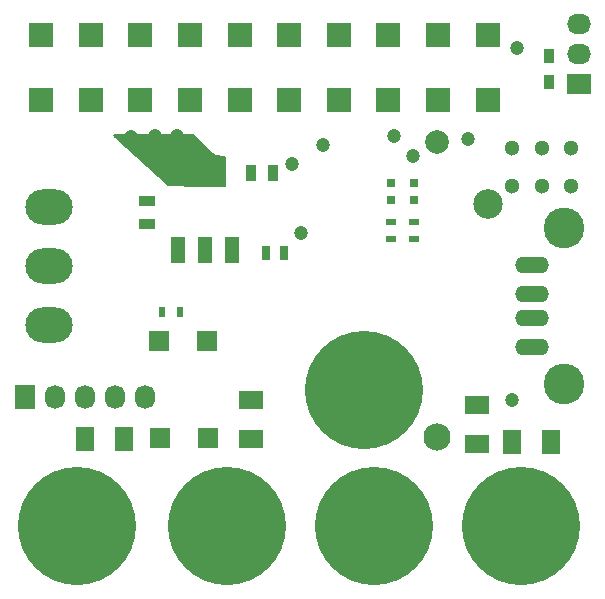
<source format=gts>
%FSLAX46Y46*%
G04 Gerber Fmt 4.6, Leading zero omitted, Abs format (unit mm)*
G04 Created by KiCad (PCBNEW (2014-09-02 BZR 5112)-product) date mer. 25 mars 2015 20:03:37 CET*
%MOMM*%
G01*
G04 APERTURE LIST*
%ADD10C,0.150000*%
%ADD11R,1.270000X2.286000*%
%ADD12R,3.556000X2.159000*%
%ADD13R,2.125980X2.125980*%
%ADD14C,10.000000*%
%ADD15O,4.000500X2.999740*%
%ADD16R,0.635000X1.143000*%
%ADD17R,1.397000X0.889000*%
%ADD18R,0.889000X1.397000*%
%ADD19R,0.797560X0.797560*%
%ADD20R,2.032000X1.524000*%
%ADD21R,1.524000X2.032000*%
%ADD22R,0.900000X0.500000*%
%ADD23R,0.500000X0.900000*%
%ADD24C,1.300000*%
%ADD25O,2.850000X1.425000*%
%ADD26C,3.450000*%
%ADD27C,1.998980*%
%ADD28C,2.301240*%
%ADD29R,1.800000X1.770000*%
%ADD30R,1.727200X2.032000*%
%ADD31O,1.727200X2.032000*%
%ADD32R,2.032000X1.727200*%
%ADD33O,2.032000X1.727200*%
%ADD34R,0.900000X1.200000*%
%ADD35C,1.200000*%
%ADD36C,2.500000*%
%ADD37C,0.254000*%
G04 APERTURE END LIST*
D10*
D11*
X121514000Y-70275000D03*
X123800000Y-70275000D03*
X126086000Y-70275000D03*
D12*
X123800000Y-63925000D03*
D13*
X109899860Y-52049180D03*
X109899860Y-57550820D03*
X114101020Y-52049180D03*
X114101020Y-57550820D03*
X118299640Y-52049180D03*
X118299640Y-57550820D03*
X122500800Y-52049180D03*
X122500800Y-57550820D03*
X126699420Y-52049180D03*
X126699420Y-57550820D03*
X130900580Y-52049180D03*
X130900580Y-57550820D03*
X135099200Y-52049180D03*
X135099200Y-57550820D03*
X139300360Y-52049180D03*
X139300360Y-57550820D03*
X143498980Y-52049180D03*
X143498980Y-57550820D03*
X147700140Y-52049180D03*
X147700140Y-57550820D03*
D14*
X125600000Y-93600000D03*
X150500000Y-93600000D03*
X112900000Y-93600000D03*
X137200000Y-82100000D03*
D15*
X110600000Y-71598740D03*
X110600000Y-66597480D03*
X110600000Y-76600000D03*
D16*
X128938000Y-70500000D03*
X130462000Y-70500000D03*
D17*
X118900000Y-68052500D03*
X118900000Y-66147500D03*
D18*
X127647500Y-63700000D03*
X129552500Y-63700000D03*
D19*
X139500000Y-64550700D03*
X139500000Y-66049300D03*
X141500000Y-64550700D03*
X141500000Y-66049300D03*
D20*
X146800000Y-83349000D03*
X146800000Y-86651000D03*
D21*
X149749000Y-86500000D03*
X153051000Y-86500000D03*
D22*
X139500000Y-67850000D03*
X139500000Y-69350000D03*
X141500000Y-67850000D03*
X141500000Y-69350000D03*
D23*
X121650000Y-75500000D03*
X120150000Y-75500000D03*
D14*
X138100000Y-93600000D03*
D20*
X127700000Y-82949000D03*
X127700000Y-86251000D03*
D21*
X116951000Y-86300000D03*
X113649000Y-86300000D03*
D24*
X152300000Y-64800000D03*
X154800000Y-64800000D03*
X149800000Y-64800000D03*
X149800000Y-61600000D03*
X154800000Y-61600000D03*
X152300000Y-61600000D03*
D25*
X151490000Y-78500000D03*
X151490000Y-76000000D03*
X151490000Y-74000000D03*
X151490000Y-71500000D03*
D26*
X154200000Y-81570000D03*
X154200000Y-68430000D03*
D27*
X143400000Y-61100660D03*
D28*
X143400000Y-86099340D03*
D29*
X119958000Y-86200000D03*
X124042000Y-86200000D03*
X119858000Y-78000000D03*
X123942000Y-78000000D03*
D30*
X108500000Y-82700000D03*
D31*
X111040000Y-82700000D03*
X113580000Y-82700000D03*
X116120000Y-82700000D03*
X118660000Y-82700000D03*
D32*
X155400000Y-56200000D03*
D33*
X155400000Y-53660000D03*
X155400000Y-51120000D03*
D34*
X152900000Y-53800000D03*
X152900000Y-56000000D03*
D35*
X139800000Y-60600000D03*
X146000000Y-60900000D03*
X141400000Y-62300000D03*
X121000000Y-63900000D03*
X121400000Y-62700000D03*
X119900000Y-62700000D03*
X118400000Y-61700000D03*
X120600000Y-61600000D03*
X122400000Y-61500000D03*
X121400000Y-60600000D03*
X119500000Y-60600000D03*
X117500000Y-60700000D03*
D36*
X147700000Y-66400000D03*
D35*
X131100000Y-63000000D03*
X131900000Y-68800000D03*
X149800000Y-83000000D03*
X133800000Y-61400000D03*
X150200000Y-53200000D03*
D37*
G36*
X125373000Y-64673000D02*
X120648652Y-64673000D01*
X116031516Y-60527000D01*
X122649394Y-60527000D01*
X124543605Y-62321515D01*
X125373000Y-62413670D01*
X125373000Y-64673000D01*
X125373000Y-64673000D01*
G37*
X125373000Y-64673000D02*
X120648652Y-64673000D01*
X116031516Y-60527000D01*
X122649394Y-60527000D01*
X124543605Y-62321515D01*
X125373000Y-62413670D01*
X125373000Y-64673000D01*
M02*

</source>
